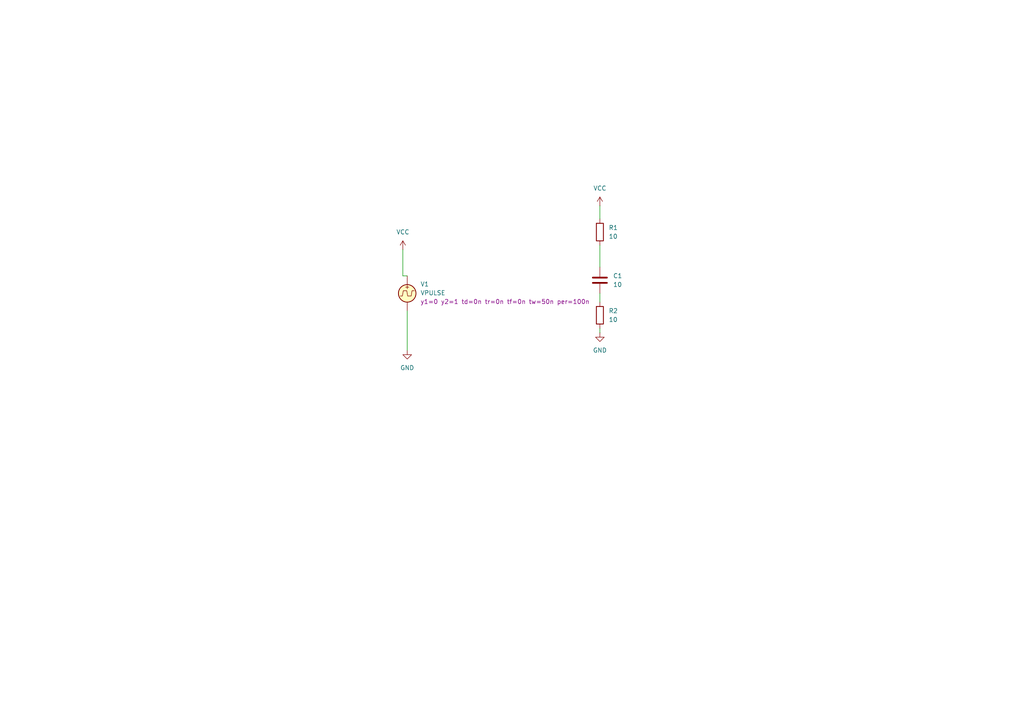
<source format=kicad_sch>
(kicad_sch (version 20231120) (generator "eeschema") (generator_version "8.0")
  (paper "A4")
  (lib_symbols
    (symbol "Device:C" (pin_numbers hide) (pin_names (offset 0.254))
      (property "Reference" "C" (at 0.635 2.54 0))
      (property "Value" "C" (at 0.635 -2.54 0))
      (symbol "C_0_1"
        (polyline (pts (xy -2.032 -0.762) (xy 2.032 -0.762)) (stroke (width 0.508)))
        (polyline (pts (xy -2.032 0.762) (xy 2.032 0.762)) (stroke (width 0.508)))
      )
      (symbol "C_1_1"
        (pin passive line (at 0 3.81 270) (length 2.794) (name "~") (number "1"))
        (pin passive line (at 0 -3.81 90) (length 2.794) (name "~") (number "2"))
      )
    )
    (symbol "Device:R" (pin_numbers hide) (pin_names (offset 0))
      (property "Reference" "R" (at 2.032 0 90))
      (property "Value" "R" (at 0 0 90))
      (symbol "R_0_1"
        (rectangle (start -1.016 -2.54) (end 1.016 2.54) (stroke (width 0.254)))
      )
      (symbol "R_1_1"
        (pin passive line (at 0 3.81 270) (length 1.27) (name "~") (number "1"))
        (pin passive line (at 0 -3.81 90) (length 1.27) (name "~") (number "2"))
      )
    )
    (symbol "Simulation_SPICE:VPULSE" (pin_numbers hide) (pin_names (offset 0.0254))
      (property "Reference" "V" (at 2.54 2.54 0))
      (property "Value" "VPULSE" (at 2.54 0 0))
      (property "Sim.Params" "y1=0 y2=1 td=2n tr=2n tf=2n tw=50n per=100n" (at 2.54 -2.54 0))
      (symbol "VPULSE_0_0"
        (polyline (pts (xy -2.032 -0.762) (xy -1.397 -0.762) (xy -1.143 0.762) (xy -0.127 0.762) (xy 0.127 -0.762) (xy 1.143 -0.762) (xy 1.397 0.762) (xy 2.032 0.762)))
        (text "+" (at 0 1.905 0) (effects (font (size 1.27 1.27))))
      )
      (symbol "VPULSE_0_1"
        (circle (center 0 0) (radius 2.54) (stroke (width 0.254)) (fill (type background)))
      )
      (symbol "VPULSE_1_1"
        (pin passive line (at 0 5.08 270) (length 2.54) (name "~") (number "1"))
        (pin passive line (at 0 -5.08 90) (length 2.54) (name "~") (number "2"))
      )
    )
    (symbol "power:GND" (power) (pin_numbers hide) (pin_names (offset 0) hide)
      (property "Value" "GND" (at 0 -3.81 0))
      (symbol "GND_0_1"
        (polyline (pts (xy 0 0) (xy 0 -1.27) (xy 1.27 -1.27) (xy 0 -2.54) (xy -1.27 -1.27) (xy 0 -1.27)))
      )
      (symbol "GND_1_1"
        (pin power_in line (at 0 0 270) (length 0) (name "~") (number "1"))
      )
    )
    (symbol "power:VCC" (power) (pin_numbers hide) (pin_names (offset 0) hide)
      (property "Value" "VCC" (at 0 3.556 0))
      (symbol "VCC_0_1"
        (polyline (pts (xy -0.762 1.27) (xy 0 2.54)))
        (polyline (pts (xy 0 0) (xy 0 2.54)))
        (polyline (pts (xy 0 2.54) (xy 0.762 1.27)))
      )
      (symbol "VCC_1_1"
        (pin power_in line (at 0 0 90) (length 0) (name "~") (number "1"))
      )
    )
  )
  (wire (pts (xy 118.11 90.17) (xy 118.11 101.6)))
  (wire (pts (xy 173.99 85.09) (xy 173.99 87.63)))
  (wire (pts (xy 173.99 95.25) (xy 173.99 96.52)))
  (wire (pts (xy 173.99 59.69) (xy 173.99 63.5)))
  (wire (pts (xy 116.84 72.39) (xy 116.84 80.01)))
  (wire (pts (xy 116.84 80.01) (xy 118.11 80.01)))
  (wire (pts (xy 173.99 71.12) (xy 173.99 77.47)))
  (symbol (lib_id "power:GND") (at 173.99 96.52 0) (unit 1)
    (property "Reference" "#PWR04" (effects (hide yes)))
    (property "Value" "GND" (at 173.99 101.6 0))
    (property "Description" "Power symbol creates a global label with name \"GND\" , ground" (effects (hide yes)))
  )
  (symbol (lib_id "power:GND") (at 118.11 101.6 0) (unit 1)
    (property "Reference" "#PWR01" (effects (hide yes)))
    (property "Value" "GND" (at 118.11 106.68 0))
    (property "Description" "Power symbol creates a global label with name \"GND\" , ground" (effects (hide yes)))
  )
  (symbol (lib_id "Device:R") (at 173.99 67.31 0) (unit 1)
    (property "Reference" "R1" (at 176.53 66.0399 0) (effects (justify left)))
    (property "Value" "10" (at 176.53 68.5799 0) (effects (justify left)))
    (property "Description" "Resistor" (effects (hide yes)))
  )
  (symbol (lib_id "Simulation_SPICE:VPULSE") (at 118.11 85.09 0) (unit 1)
    (property "Reference" "V1" (at 121.92 82.4201 0) (effects (justify left)))
    (property "Value" "VPULSE" (at 121.92 84.9601 0) (effects (justify left)))
    (property "Datasheet" "https://ngspice.sourceforge.io/docs/ngspice-html-manual/manual.xhtml#sec_Independent_Sources_for" (effects (hide yes)))
    (property "Description" "Voltage source, pulse" (effects (hide yes)))
    (property "Sim.Pins" "1=+ 2=-" (effects (hide yes)))
    (property "Sim.Type" "PULSE" (effects (hide yes)))
    (property "Sim.Device" "V" (effects (hide yes)))
    (property "Sim.Params" "y1=0 y2=1 td=0n tr=0n tf=0n tw=50n per=100n" (at 121.92 87.5001 0) (effects (justify left)))
  )
  (symbol (lib_id "power:VCC") (at 116.84 72.39 0) (unit 1)
    (property "Reference" "#PWR02" (effects (hide yes)))
    (property "Value" "VCC" (at 116.84 67.31 0))
    (property "Description" "Power symbol creates a global label with name \"VCC\"" (effects (hide yes)))
  )
  (symbol (lib_id "Device:R") (at 173.99 91.44 0) (unit 1)
    (property "Reference" "R2" (at 176.53 90.1699 0) (effects (justify left)))
    (property "Value" "10" (at 176.53 92.7099 0) (effects (justify left)))
    (property "Description" "Resistor" (effects (hide yes)))
  )
  (symbol (lib_id "Device:C") (at 173.99 81.28 0) (unit 1)
    (property "Reference" "C1" (at 177.8 80.0099 0) (effects (justify left)))
    (property "Value" "10" (at 177.8 82.5499 0) (effects (justify left)))
    (property "Description" "Unpolarized capacitor" (effects (hide yes)))
  )
  (symbol (lib_id "power:VCC") (at 173.99 59.69 0) (unit 1)
    (property "Reference" "#PWR03" (effects (hide yes)))
    (property "Value" "VCC" (at 173.99 54.61 0))
    (property "Description" "Power symbol creates a global label with name \"VCC\"" (effects (hide yes)))
  )
)
</source>
